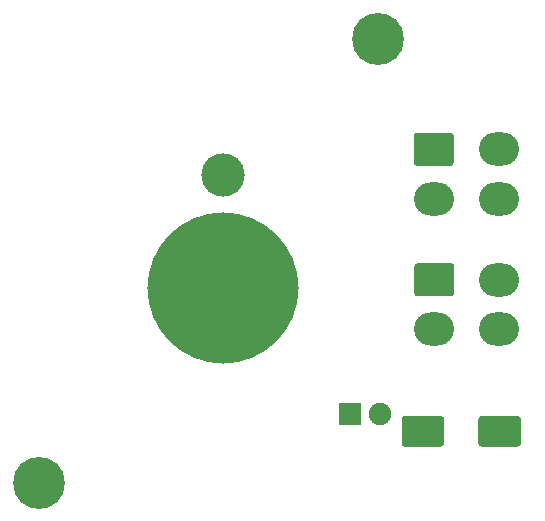
<source format=gbr>
%TF.GenerationSoftware,KiCad,Pcbnew,(5.1.10)-1*%
%TF.CreationDate,2021-11-16T17:31:42+11:00*%
%TF.ProjectId,FIRE TEST Panel PCB V2,46495245-2054-4455-9354-2050616e656c,rev?*%
%TF.SameCoordinates,Original*%
%TF.FileFunction,Soldermask,Bot*%
%TF.FilePolarity,Negative*%
%FSLAX46Y46*%
G04 Gerber Fmt 4.6, Leading zero omitted, Abs format (unit mm)*
G04 Created by KiCad (PCBNEW (5.1.10)-1) date 2021-11-16 17:31:42*
%MOMM*%
%LPD*%
G01*
G04 APERTURE LIST*
%ADD10O,3.400000X2.800000*%
%ADD11C,4.400000*%
%ADD12C,12.800000*%
%ADD13C,3.672000*%
%ADD14C,1.900000*%
G04 APERTURE END LIST*
D10*
%TO.C,J2*%
X157891000Y-104698000D03*
X157891000Y-100498000D03*
X152391000Y-104698000D03*
G36*
G01*
X150950260Y-99098000D02*
X153831740Y-99098000D01*
G75*
G02*
X154091000Y-99357260I0J-259260D01*
G01*
X154091000Y-101638740D01*
G75*
G02*
X153831740Y-101898000I-259260J0D01*
G01*
X150950260Y-101898000D01*
G75*
G02*
X150691000Y-101638740I0J259260D01*
G01*
X150691000Y-99357260D01*
G75*
G02*
X150950260Y-99098000I259260J0D01*
G01*
G37*
%TD*%
%TO.C,J1*%
X157841000Y-93648600D03*
X157841000Y-89448600D03*
X152341000Y-93648600D03*
G36*
G01*
X150900260Y-88048600D02*
X153781740Y-88048600D01*
G75*
G02*
X154041000Y-88307860I0J-259260D01*
G01*
X154041000Y-90589340D01*
G75*
G02*
X153781740Y-90848600I-259260J0D01*
G01*
X150900260Y-90848600D01*
G75*
G02*
X150641000Y-90589340I0J259260D01*
G01*
X150641000Y-88307860D01*
G75*
G02*
X150900260Y-88048600I259260J0D01*
G01*
G37*
%TD*%
D11*
%TO.C,3*%
X118921711Y-117666493D03*
%TD*%
%TO.C,2*%
X147623711Y-80074493D03*
%TD*%
D12*
%TO.C,1*%
X134542711Y-101156493D03*
X134542711Y-101156493D03*
D13*
X134542711Y-91631493D03*
%TD*%
D14*
%TO.C,D11*%
X147790000Y-111839000D03*
G36*
G01*
X144300000Y-112739000D02*
X144300000Y-110939000D01*
G75*
G02*
X144350000Y-110889000I50000J0D01*
G01*
X146150000Y-110889000D01*
G75*
G02*
X146200000Y-110939000I0J-50000D01*
G01*
X146200000Y-112739000D01*
G75*
G02*
X146150000Y-112789000I-50000J0D01*
G01*
X144350000Y-112789000D01*
G75*
G02*
X144300000Y-112739000I0J50000D01*
G01*
G37*
%TD*%
%TO.C,C1*%
G36*
G01*
X156127000Y-114362000D02*
X156127000Y-112282000D01*
G75*
G02*
X156387000Y-112022000I260000J0D01*
G01*
X159467000Y-112022000D01*
G75*
G02*
X159727000Y-112282000I0J-260000D01*
G01*
X159727000Y-114362000D01*
G75*
G02*
X159467000Y-114622000I-260000J0D01*
G01*
X156387000Y-114622000D01*
G75*
G02*
X156127000Y-114362000I0J260000D01*
G01*
G37*
G36*
G01*
X149627000Y-114362000D02*
X149627000Y-112282000D01*
G75*
G02*
X149887000Y-112022000I260000J0D01*
G01*
X152967000Y-112022000D01*
G75*
G02*
X153227000Y-112282000I0J-260000D01*
G01*
X153227000Y-114362000D01*
G75*
G02*
X152967000Y-114622000I-260000J0D01*
G01*
X149887000Y-114622000D01*
G75*
G02*
X149627000Y-114362000I0J260000D01*
G01*
G37*
%TD*%
M02*

</source>
